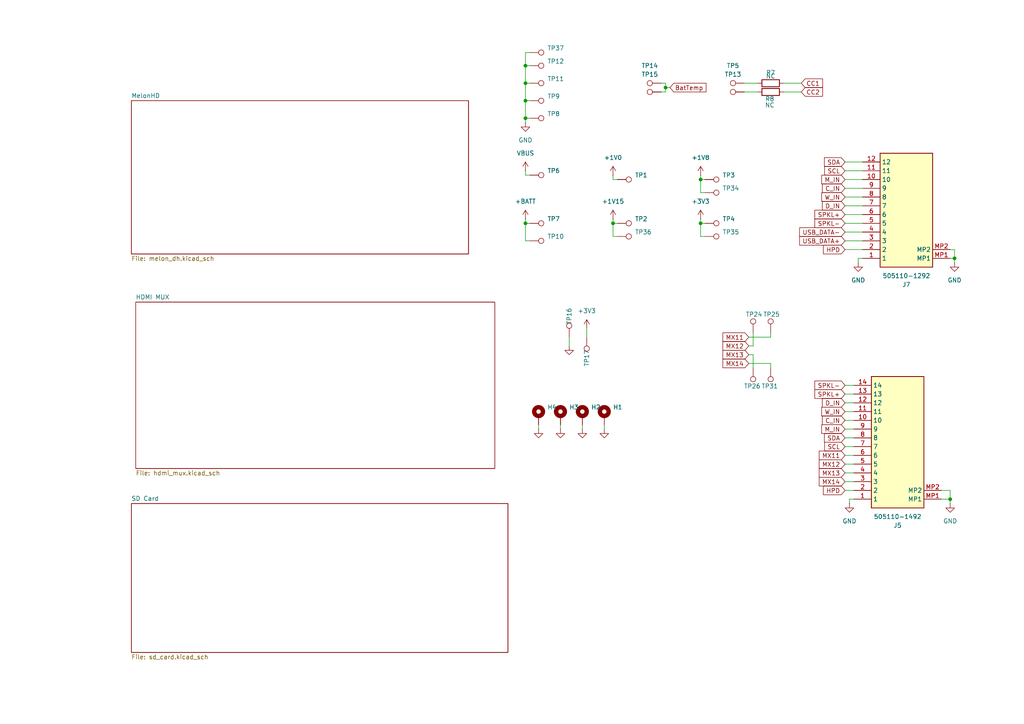
<source format=kicad_sch>
(kicad_sch (version 20250114) (generator "eeschema") (generator_version "9.0")
  (paper "A4")
  (lib_symbols
    (symbol "Connector:TestPoint" (pin_numbers (hide yes)) (pin_names (offset 0.762) (hide yes))
      (property "Reference" "TP" (at 0 6.858 0))
      (property "Value" "TestPoint" (at 0 5.08 0))
      (symbol "TestPoint_0_1"
        (circle (center 0 3.302) (radius 0.762))
      )
      (symbol "TestPoint_1_1"
        (pin passive line (at 0 0 90) (length 2.54) (name "1") (number "1"))
      )
    )
    (symbol "Device:R" (pin_numbers (hide yes)) (pin_names (offset 0))
      (property "Reference" "R" (at 2.032 0 90))
      (property "Value" "R" (at 0 0 90))
      (symbol "R_0_1"
        (rectangle (start -1.016 -2.54) (end 1.016 2.54) (stroke (width 0.254)))
      )
      (symbol "R_1_1"
        (pin passive line (at 0 3.81 270) (length 1.27) (name "~") (number "1"))
        (pin passive line (at 0 -3.81 90) (length 1.27) (name "~") (number "2"))
      )
    )
    (symbol "Mechanical:MountingHole_Pad" (pin_numbers (hide yes)) (pin_names (offset 1.016) (hide yes)) (in_bom no)
      (property "Reference" "H" (at 0 6.35 0))
      (property "Value" "MountingHole_Pad" (at 0 4.445 0))
      (symbol "MountingHole_Pad_0_1"
        (circle (center 0 1.27) (radius 1.27) (stroke (width 1.27)))
      )
      (symbol "MountingHole_Pad_1_1"
        (pin input line (at 0 -2.54 90) (length 2.54) (name "1") (number "1"))
      )
    )
    (symbol "SamacSys_Parts:505110-1292"
      (property "Reference" "J" (at 21.59 7.62 0))
      (property "Value" "505110-1292" (at 21.59 5.08 0))
      (symbol "505110-1292_1_1"
        (rectangle (start 5.08 2.54) (end 20.32 -30.48) (stroke (width 0.254)) (fill (type background)))
        (pin passive line (at 0 0 0) (length 5.08) (name "MP1") (number "MP1"))
        (pin passive line (at 0 -2.54 0) (length 5.08) (name "MP2") (number "MP2"))
        (pin passive line (at 25.4 0 180) (length 5.08) (name "1") (number "1"))
        (pin passive line (at 25.4 -2.54 180) (length 5.08) (name "2") (number "2"))
        (pin passive line (at 25.4 -5.08 180) (length 5.08) (name "3") (number "3"))
        (pin passive line (at 25.4 -7.62 180) (length 5.08) (name "4") (number "4"))
        (pin passive line (at 25.4 -10.16 180) (length 5.08) (name "5") (number "5"))
        (pin passive line (at 25.4 -12.7 180) (length 5.08) (name "6") (number "6"))
        (pin passive line (at 25.4 -15.24 180) (length 5.08) (name "7") (number "7"))
        (pin passive line (at 25.4 -17.78 180) (length 5.08) (name "8") (number "8"))
        (pin passive line (at 25.4 -20.32 180) (length 5.08) (name "9") (number "9"))
        (pin passive line (at 25.4 -22.86 180) (length 5.08) (name "10") (number "10"))
        (pin passive line (at 25.4 -25.4 180) (length 5.08) (name "11") (number "11"))
        (pin passive line (at 25.4 -27.94 180) (length 5.08) (name "12") (number "12"))
      )
    )
    (symbol "SamacSys_Parts:505110-1492"
      (property "Reference" "J" (at 21.59 7.62 0))
      (property "Value" "505110-1492" (at 21.59 5.08 0))
      (symbol "505110-1492_1_1"
        (rectangle (start 5.08 2.54) (end 20.32 -35.56) (stroke (width 0.254)) (fill (type background)))
        (pin passive line (at 0 0 0) (length 5.08) (name "MP1") (number "MP1"))
        (pin passive line (at 0 -2.54 0) (length 5.08) (name "MP2") (number "MP2"))
        (pin passive line (at 25.4 0 180) (length 5.08) (name "1") (number "1"))
        (pin passive line (at 25.4 -2.54 180) (length 5.08) (name "2") (number "2"))
        (pin passive line (at 25.4 -5.08 180) (length 5.08) (name "3") (number "3"))
        (pin passive line (at 25.4 -7.62 180) (length 5.08) (name "4") (number "4"))
        (pin passive line (at 25.4 -10.16 180) (length 5.08) (name "5") (number "5"))
        (pin passive line (at 25.4 -12.7 180) (length 5.08) (name "6") (number "6"))
        (pin passive line (at 25.4 -15.24 180) (length 5.08) (name "7") (number "7"))
        (pin passive line (at 25.4 -17.78 180) (length 5.08) (name "8") (number "8"))
        (pin passive line (at 25.4 -20.32 180) (length 5.08) (name "9") (number "9"))
        (pin passive line (at 25.4 -22.86 180) (length 5.08) (name "10") (number "10"))
        (pin passive line (at 25.4 -25.4 180) (length 5.08) (name "11") (number "11"))
        (pin passive line (at 25.4 -27.94 180) (length 5.08) (name "12") (number "12"))
        (pin passive line (at 25.4 -30.48 180) (length 5.08) (name "13") (number "13"))
        (pin passive line (at 25.4 -33.02 180) (length 5.08) (name "14") (number "14"))
      )
    )
    (symbol "power:+1V0" (power) (pin_numbers (hide yes)) (pin_names (offset 0) (hide yes))
      (property "Value" "+1V0" (at 0 3.556 0))
      (symbol "+1V0_0_1"
        (polyline (pts (xy -0.762 1.27) (xy 0 2.54)))
        (polyline (pts (xy 0 2.54) (xy 0.762 1.27)))
        (polyline (pts (xy 0 0) (xy 0 2.54)))
      )
      (symbol "+1V0_1_1"
        (pin power_in line (at 0 0 90) (length 0) (name "~") (number "1"))
      )
    )
    (symbol "power:+1V8" (power) (pin_numbers (hide yes)) (pin_names (offset 0) (hide yes))
      (property "Value" "+1V8" (at 0 3.556 0))
      (symbol "+1V8_0_1"
        (polyline (pts (xy -0.762 1.27) (xy 0 2.54)))
        (polyline (pts (xy 0 2.54) (xy 0.762 1.27)))
        (polyline (pts (xy 0 0) (xy 0 2.54)))
      )
      (symbol "+1V8_1_1"
        (pin power_in line (at 0 0 90) (length 0) (name "~") (number "1"))
      )
    )
    (symbol "power:+3V3" (power) (pin_numbers (hide yes)) (pin_names (offset 0) (hide yes))
      (property "Value" "+3V3" (at 0 3.556 0))
      (symbol "+3V3_0_1"
        (polyline (pts (xy -0.762 1.27) (xy 0 2.54)))
        (polyline (pts (xy 0 2.54) (xy 0.762 1.27)))
        (polyline (pts (xy 0 0) (xy 0 2.54)))
      )
      (symbol "+3V3_1_1"
        (pin power_in line (at 0 0 90) (length 0) (name "~") (number "1"))
      )
    )
    (symbol "power:+BATT" (power) (pin_numbers (hide yes)) (pin_names (offset 0) (hide yes))
      (property "Value" "+BATT" (at 0 3.556 0))
      (symbol "+BATT_0_1"
        (polyline (pts (xy -0.762 1.27) (xy 0 2.54)))
        (polyline (pts (xy 0 2.54) (xy 0.762 1.27)))
        (polyline (pts (xy 0 0) (xy 0 2.54)))
      )
      (symbol "+BATT_1_1"
        (pin power_in line (at 0 0 90) (length 0) (name "~") (number "1"))
      )
    )
    (symbol "power:GND" (power) (pin_numbers (hide yes)) (pin_names (offset 0) (hide yes))
      (property "Value" "GND" (at 0 -3.81 0))
      (symbol "GND_0_1"
        (polyline (pts (xy 0 0) (xy 0 -1.27) (xy 1.27 -1.27) (xy 0 -2.54) (xy -1.27 -1.27) (xy 0 -1.27)))
      )
      (symbol "GND_1_1"
        (pin power_in line (at 0 0 270) (length 0) (name "~") (number "1"))
      )
    )
    (symbol "power:VBUS" (power) (pin_numbers (hide yes)) (pin_names (offset 0) (hide yes))
      (property "Value" "VBUS" (at 0 3.556 0))
      (symbol "VBUS_0_1"
        (polyline (pts (xy -0.762 1.27) (xy 0 2.54)))
        (polyline (pts (xy 0 2.54) (xy 0.762 1.27)))
        (polyline (pts (xy 0 0) (xy 0 2.54)))
      )
      (symbol "VBUS_1_1"
        (pin power_in line (at 0 0 90) (length 0) (name "~") (number "1"))
      )
    )
  )
  (junction (at 203.2 52.07))
  (junction (at 275.59 144.78))
  (junction (at 203.2 64.77))
  (junction (at 152.4 34.29))
  (junction (at 152.4 24.13))
  (junction (at 152.4 19.05))
  (junction (at 152.4 29.21))
  (junction (at 177.8 64.77))
  (junction (at 193.04 25.4))
  (junction (at 152.4 64.77))
  (junction (at 276.86 74.93))
  (wire (pts (xy 245.11 114.3) (xy 247.65 114.3)))
  (wire (pts (xy 152.4 24.13) (xy 152.4 29.21)))
  (wire (pts (xy 223.52 105.41) (xy 223.52 106.68)))
  (wire (pts (xy 275.59 146.05) (xy 275.59 144.78)))
  (wire (pts (xy 245.11 139.7) (xy 247.65 139.7)))
  (wire (pts (xy 165.1 97.79) (xy 165.1 100.33)))
  (wire (pts (xy 168.91 123.19) (xy 168.91 124.46)))
  (wire (pts (xy 215.9 24.13) (xy 219.71 24.13)))
  (wire (pts (xy 204.47 55.88) (xy 203.2 55.88)))
  (wire (pts (xy 276.86 72.39) (xy 275.59 72.39)))
  (wire (pts (xy 245.11 121.92) (xy 247.65 121.92)))
  (wire (pts (xy 204.47 68.58) (xy 203.2 68.58)))
  (wire (pts (xy 203.2 64.77) (xy 204.47 64.77)))
  (wire (pts (xy 153.67 19.05) (xy 152.4 19.05)))
  (wire (pts (xy 245.11 116.84) (xy 247.65 116.84)))
  (wire (pts (xy 194.31 25.4) (xy 193.04 25.4)))
  (wire (pts (xy 275.59 142.24) (xy 273.05 142.24)))
  (wire (pts (xy 153.67 24.13) (xy 152.4 24.13)))
  (wire (pts (xy 217.17 102.87) (xy 218.44 102.87)))
  (wire (pts (xy 245.11 127) (xy 247.65 127)))
  (wire (pts (xy 273.05 144.78) (xy 275.59 144.78)))
  (wire (pts (xy 170.18 95.25) (xy 170.18 97.79)))
  (wire (pts (xy 152.4 15.24) (xy 152.4 19.05)))
  (wire (pts (xy 153.67 15.24) (xy 152.4 15.24)))
  (wire (pts (xy 275.59 144.78) (xy 275.59 142.24)))
  (wire (pts (xy 245.11 111.76) (xy 247.65 111.76)))
  (wire (pts (xy 152.4 50.8) (xy 153.67 50.8)))
  (wire (pts (xy 245.11 69.85) (xy 250.19 69.85)))
  (wire (pts (xy 245.11 67.31) (xy 250.19 67.31)))
  (wire (pts (xy 217.17 105.41) (xy 223.52 105.41)))
  (wire (pts (xy 177.8 52.07) (xy 179.07 52.07)))
  (wire (pts (xy 156.21 123.19) (xy 156.21 124.46)))
  (wire (pts (xy 245.11 124.46) (xy 247.65 124.46)))
  (wire (pts (xy 203.2 63.5) (xy 203.2 64.77)))
  (wire (pts (xy 245.11 64.77) (xy 250.19 64.77)))
  (wire (pts (xy 245.11 72.39) (xy 250.19 72.39)))
  (wire (pts (xy 218.44 96.52) (xy 218.44 100.33)))
  (wire (pts (xy 276.86 76.2) (xy 276.86 74.93)))
  (wire (pts (xy 245.11 54.61) (xy 250.19 54.61)))
  (wire (pts (xy 245.11 119.38) (xy 247.65 119.38)))
  (wire (pts (xy 246.38 144.78) (xy 246.38 146.05)))
  (wire (pts (xy 245.11 137.16) (xy 247.65 137.16)))
  (wire (pts (xy 179.07 68.58) (xy 177.8 68.58)))
  (wire (pts (xy 153.67 29.21) (xy 152.4 29.21)))
  (wire (pts (xy 177.8 68.58) (xy 177.8 64.77)))
  (wire (pts (xy 215.9 26.67) (xy 219.71 26.67)))
  (wire (pts (xy 152.4 34.29) (xy 153.67 34.29)))
  (wire (pts (xy 245.11 59.69) (xy 250.19 59.69)))
  (wire (pts (xy 177.8 64.77) (xy 179.07 64.77)))
  (wire (pts (xy 245.11 129.54) (xy 247.65 129.54)))
  (wire (pts (xy 276.86 74.93) (xy 276.86 72.39)))
  (wire (pts (xy 177.8 63.5) (xy 177.8 64.77)))
  (wire (pts (xy 193.04 26.67) (xy 191.77 26.67)))
  (wire (pts (xy 248.92 74.93) (xy 248.92 76.2)))
  (wire (pts (xy 223.52 96.52) (xy 223.52 97.79)))
  (wire (pts (xy 250.19 74.93) (xy 248.92 74.93)))
  (wire (pts (xy 152.4 49.53) (xy 152.4 50.8)))
  (wire (pts (xy 153.67 69.85) (xy 152.4 69.85)))
  (wire (pts (xy 152.4 63.5) (xy 152.4 64.77)))
  (wire (pts (xy 203.2 68.58) (xy 203.2 64.77)))
  (wire (pts (xy 227.33 26.67) (xy 232.41 26.67)))
  (wire (pts (xy 203.2 55.88) (xy 203.2 52.07)))
  (wire (pts (xy 245.11 49.53) (xy 250.19 49.53)))
  (wire (pts (xy 217.17 100.33) (xy 218.44 100.33)))
  (wire (pts (xy 152.4 19.05) (xy 152.4 24.13)))
  (wire (pts (xy 152.4 64.77) (xy 153.67 64.77)))
  (wire (pts (xy 152.4 69.85) (xy 152.4 64.77)))
  (wire (pts (xy 193.04 24.13) (xy 193.04 25.4)))
  (wire (pts (xy 245.11 57.15) (xy 250.19 57.15)))
  (wire (pts (xy 203.2 52.07) (xy 204.47 52.07)))
  (wire (pts (xy 245.11 134.62) (xy 247.65 134.62)))
  (wire (pts (xy 191.77 24.13) (xy 193.04 24.13)))
  (wire (pts (xy 227.33 24.13) (xy 232.41 24.13)))
  (wire (pts (xy 175.26 123.19) (xy 175.26 124.46)))
  (wire (pts (xy 245.11 142.24) (xy 247.65 142.24)))
  (wire (pts (xy 218.44 102.87) (xy 218.44 106.68)))
  (wire (pts (xy 245.11 52.07) (xy 250.19 52.07)))
  (wire (pts (xy 245.11 62.23) (xy 250.19 62.23)))
  (wire (pts (xy 245.11 132.08) (xy 247.65 132.08)))
  (wire (pts (xy 203.2 50.8) (xy 203.2 52.07)))
  (wire (pts (xy 177.8 50.8) (xy 177.8 52.07)))
  (wire (pts (xy 217.17 97.79) (xy 223.52 97.79)))
  (wire (pts (xy 275.59 74.93) (xy 276.86 74.93)))
  (wire (pts (xy 245.11 46.99) (xy 250.19 46.99)))
  (wire (pts (xy 247.65 144.78) (xy 246.38 144.78)))
  (wire (pts (xy 152.4 35.56) (xy 152.4 34.29)))
  (wire (pts (xy 152.4 29.21) (xy 152.4 34.29)))
  (wire (pts (xy 162.56 123.19) (xy 162.56 124.46)))
  (wire (pts (xy 193.04 25.4) (xy 193.04 26.67)))
  (global_label "MX13" (shape input) (at 245.11 137.16 180) (property "Intersheetrefs" "${INTERSHEET_REFS}" (effects (hide yes))))
  (global_label "SDA" (shape input) (at 245.11 127 180) (property "Intersheetrefs" "${INTERSHEET_REFS}" (effects (hide yes))))
  (global_label "W_IN" (shape input) (at 245.11 57.15 180) (property "Intersheetrefs" "${INTERSHEET_REFS}" (effects (hide yes))))
  (global_label "C_IN" (shape input) (at 245.11 121.92 180) (property "Intersheetrefs" "${INTERSHEET_REFS}" (effects (hide yes))))
  (global_label "MX12" (shape input) (at 217.17 100.33 180) (property "Intersheetrefs" "${INTERSHEET_REFS}" (effects (hide yes))))
  (global_label "MX14" (shape input) (at 217.17 105.41 180) (property "Intersheetrefs" "${INTERSHEET_REFS}" (effects (hide yes))))
  (global_label "SCL" (shape input) (at 245.11 49.53 180) (property "Intersheetrefs" "${INTERSHEET_REFS}" (effects (hide yes))))
  (global_label "MX11" (shape input) (at 245.11 132.08 180) (property "Intersheetrefs" "${INTERSHEET_REFS}" (effects (hide yes))))
  (global_label "SPKL+" (shape input) (at 245.11 62.23 180) (property "Intersheetrefs" "${INTERSHEET_REFS}" (effects (hide yes))))
  (global_label "USB_DATA-" (shape input) (at 245.11 67.31 180) (property "Intersheetrefs" "${INTERSHEET_REFS}" (effects (hide yes))))
  (global_label "MX14" (shape input) (at 245.11 139.7 180) (property "Intersheetrefs" "${INTERSHEET_REFS}" (effects (hide yes))))
  (global_label "HPD" (shape input) (at 245.11 72.39 180) (property "Intersheetrefs" "${INTERSHEET_REFS}" (effects (hide yes))))
  (global_label "D_IN" (shape input) (at 245.11 59.69 180) (property "Intersheetrefs" "${INTERSHEET_REFS}" (effects (hide yes))))
  (global_label "SPKL+" (shape input) (at 245.11 114.3 180) (property "Intersheetrefs" "${INTERSHEET_REFS}" (effects (hide yes))))
  (global_label "W_IN" (shape input) (at 245.11 119.38 180) (property "Intersheetrefs" "${INTERSHEET_REFS}" (effects (hide yes))))
  (global_label "SCL" (shape input) (at 245.11 129.54 180) (property "Intersheetrefs" "${INTERSHEET_REFS}" (effects (hide yes))))
  (global_label "BatTemp" (shape input) (at 194.31 25.4 0) (property "Intersheetrefs" "${INTERSHEET_REFS}" (effects (hide yes))))
  (global_label "M_IN" (shape input) (at 245.11 52.07 180) (property "Intersheetrefs" "${INTERSHEET_REFS}" (effects (hide yes))))
  (global_label "M_IN" (shape input) (at 245.11 124.46 180) (property "Intersheetrefs" "${INTERSHEET_REFS}" (effects (hide yes))))
  (global_label "C_IN" (shape input) (at 245.11 54.61 180) (property "Intersheetrefs" "${INTERSHEET_REFS}" (effects (hide yes))))
  (global_label "D_IN" (shape input) (at 245.11 116.84 180) (property "Intersheetrefs" "${INTERSHEET_REFS}" (effects (hide yes))))
  (global_label "HPD" (shape input) (at 245.11 142.24 180) (property "Intersheetrefs" "${INTERSHEET_REFS}" (effects (hide yes))))
  (global_label "USB_DATA+" (shape input) (at 245.11 69.85 180) (property "Intersheetrefs" "${INTERSHEET_REFS}" (effects (hide yes))))
  (global_label "MX13" (shape input) (at 217.17 102.87 180) (property "Intersheetrefs" "${INTERSHEET_REFS}" (effects (hide yes))))
  (global_label "SPKL-" (shape input) (at 245.11 64.77 180) (property "Intersheetrefs" "${INTERSHEET_REFS}" (effects (hide yes))))
  (global_label "MX12" (shape input) (at 245.11 134.62 180) (property "Intersheetrefs" "${INTERSHEET_REFS}" (effects (hide yes))))
  (global_label "MX11" (shape input) (at 217.17 97.79 180) (property "Intersheetrefs" "${INTERSHEET_REFS}" (effects (hide yes))))
  (global_label "CC2" (shape input) (at 232.41 26.67 0) (property "Intersheetrefs" "${INTERSHEET_REFS}" (effects (hide yes))))
  (global_label "SPKL-" (shape input) (at 245.11 111.76 180) (property "Intersheetrefs" "${INTERSHEET_REFS}" (effects (hide yes))))
  (global_label "CC1" (shape input) (at 232.41 24.13 0) (property "Intersheetrefs" "${INTERSHEET_REFS}" (effects (hide yes))))
  (global_label "SDA" (shape input) (at 245.11 46.99 180) (property "Intersheetrefs" "${INTERSHEET_REFS}" (effects (hide yes))))
  (symbol (lib_id "power:+1V8") (at 203.2 50.8 0) (unit 1)
    (property "Reference" "#PWR030" (effects (hide yes)))
    (property "Value" "+1V8" (at 203.2 45.72 0))
    (property "Description" "Power symbol creates a global label with name \"+1V8\"" (effects (hide yes)))
  )
  (symbol (lib_id "Connector:TestPoint") (at 204.47 52.07 270) (unit 1)
    (property "Reference" "TP3" (at 209.55 50.7999 90) (effects (justify left)))
    (property "Value" "TestPoint" (effects (hide yes)))
    (property "Footprint" "RoseDaggerDev:TestPoint_Pad_3x1.0mm" (effects (hide yes)))
    (property "Description" "test point" (effects (hide yes)))
  )
  (symbol (lib_id "Device:R") (at 223.52 26.67 90) (unit 1)
    (property "Reference" "R8" (at 223.266 28.702 90))
    (property "Value" "NC" (at 223.266 30.48 90))
    (property "Footprint" "Resistor_SMD:R_0201_0603Metric" (effects (hide yes)))
    (property "Description" "Resistor" (effects (hide yes)))
  )
  (symbol (lib_id "Connector:TestPoint") (at 218.44 96.52 0) (unit 1)
    (property "Reference" "TP24" (at 218.694 91.186 0))
    (property "Value" "SPVDD" (effects (hide yes)))
    (property "Footprint" "TestPoint:TestPoint_Pad_D1.0mm" (effects (hide yes)))
  )
  (symbol (lib_id "Mechanical:MountingHole_Pad") (at 175.26 120.65 0) (unit 1) (in_bom no)
    (property "Reference" "H1" (at 177.8 118.1099 0) (effects (justify left)))
    (property "Value" "MountingHole_Pad" (effects (hide yes)))
    (property "Footprint" "MountingHole:MountingHole_2.2mm_M2_DIN965_Pad" (effects (hide yes)))
    (property "Description" "Mounting Hole with connection" (effects (hide yes)))
  )
  (symbol (lib_id "Connector:TestPoint") (at 204.47 55.88 270) (unit 1)
    (property "Reference" "TP34" (at 209.55 54.6099 90) (effects (justify left)))
    (property "Value" "TestPoint" (effects (hide yes)))
    (property "Footprint" "RoseDaggerDev:TestPoint_Pad_3x1.0mm" (effects (hide yes)))
    (property "Description" "test point" (effects (hide yes)))
  )
  (symbol (lib_id "power:GND") (at 156.21 124.46 0) (unit 1)
    (property "Reference" "#PWR045" (effects (hide yes)))
    (property "Value" "GND" (effects (hide yes)))
  )
  (symbol (lib_id "Connector:TestPoint") (at 153.67 24.13 270) (unit 1)
    (property "Reference" "TP11" (at 158.75 22.8599 90) (effects (justify left)))
    (property "Value" "TestPoint" (effects (hide yes)))
    (property "Footprint" "RoseDaggerDev:TestPoint_Pad_3x1.0mm" (effects (hide yes)))
    (property "Description" "test point" (effects (hide yes)))
  )
  (symbol (lib_id "Connector:TestPoint") (at 215.9 24.13 90) (unit 1)
    (property "Reference" "TP5" (at 212.598 19.05 90))
    (property "Value" "TestPoint" (effects (hide yes)))
    (property "Footprint" "TestPoint:TestPoint_Pad_D1.0mm" (effects (hide yes)))
    (property "Description" "test point" (effects (hide yes)))
  )
  (symbol (lib_id "Connector:TestPoint") (at 223.52 96.52 0) (unit 1)
    (property "Reference" "TP25" (at 223.774 91.186 0))
    (property "Value" "SPVDD" (effects (hide yes)))
    (property "Footprint" "TestPoint:TestPoint_Pad_D1.0mm" (effects (hide yes)))
  )
  (symbol (lib_id "power:VBUS") (at 152.4 49.53 0) (unit 1)
    (property "Reference" "#PWR034" (effects (hide yes)))
    (property "Value" "VBUS" (at 152.4 44.45 0))
    (property "Description" "Power symbol creates a global label with name \"VBUS\"" (effects (hide yes)))
  )
  (symbol (lib_id "power:GND") (at 168.91 124.46 0) (unit 1)
    (property "Reference" "#PWR043" (effects (hide yes)))
    (property "Value" "GND" (effects (hide yes)))
  )
  (symbol (lib_id "Mechanical:MountingHole_Pad") (at 156.21 120.65 0) (unit 1) (in_bom no)
    (property "Reference" "H4" (at 158.75 118.1099 0) (effects (justify left)))
    (property "Value" "MountingHole_Pad" (effects (hide yes)))
    (property "Footprint" "MountingHole:MountingHole_2.2mm_M2_DIN965_Pad" (effects (hide yes)))
    (property "Description" "Mounting Hole with connection" (effects (hide yes)))
  )
  (symbol (lib_id "SamacSys_Parts:505110-1292") (at 275.59 74.93 180) (unit 1)
    (property "Reference" "J7" (at 262.89 82.55 0))
    (property "Value" "505110-1292" (at 262.89 80.01 0))
    (property "Footprint" "5051101292" (effects (hide yes)))
    (property "Datasheet" "https://componentsearchengine.com/Datasheets/1/505110-1292.pdf" (effects (hide yes)))
    (property "Description" "Molex Easy-On Series 0.5mm Pitch 12 Way Right Angle SMT Male FPC Connector, ZIF Bottom Contact" (effects (hide yes)))
    (property "Height" "3.95" (effects (hide yes)))
    (property "Mouser Part Number" "538-505110-1292" (effects (hide yes)))
    (property "Mouser Price/Stock" "https://www.mouser.co.uk/ProductDetail/Molex/505110-1292?qs=BA62vJVifGptACMEATLLfQ%3D%3D" (effects (hide yes)))
    (property "Manufacturer_Name" "Molex" (effects (hide yes)))
    (property "Manufacturer_Part_Number" "505110-1292" (effects (hide yes)))
  )
  (symbol (lib_id "power:+1V0") (at 177.8 50.8 0) (unit 1)
    (property "Reference" "#PWR020" (effects (hide yes)))
    (property "Value" "+1V0" (at 177.8 45.72 0))
    (property "Description" "Power symbol creates a global label with name \"+1V0\"" (effects (hide yes)))
  )
  (symbol (lib_id "power:+3V3") (at 203.2 63.5 0) (unit 1)
    (property "Reference" "#PWR031" (effects (hide yes)))
    (property "Value" "+3V3" (at 203.2 58.42 0))
    (property "Description" "Power symbol creates a global label with name \"+3V3\"" (effects (hide yes)))
  )
  (symbol (lib_id "Connector:TestPoint") (at 153.67 29.21 270) (unit 1)
    (property "Reference" "TP9" (at 158.75 27.9399 90) (effects (justify left)))
    (property "Value" "TestPoint" (effects (hide yes)))
    (property "Footprint" "RoseDaggerDev:TestPoint_Pad_3x1.0mm" (effects (hide yes)))
    (property "Description" "test point" (effects (hide yes)))
  )
  (symbol (lib_id "Connector:TestPoint") (at 165.1 97.79 0) (unit 1)
    (property "Reference" "TP16" (at 165.1 91.694 90))
    (property "Value" "5V" (effects (hide yes)))
    (property "Footprint" "RoseDaggerDev:TestPoint_Pad_3x1.0mm" (effects (hide yes)))
  )
  (symbol (lib_id "SamacSys_Parts:505110-1492") (at 273.05 144.78 180) (unit 1)
    (property "Reference" "J5" (at 260.35 152.4 0))
    (property "Value" "505110-1492" (at 260.35 149.86 0))
    (property "Footprint" "SamacSys_Parts:5051101492" (effects (hide yes)))
    (property "Datasheet" "https://www.molex.com/pdm_docs/sd/5051101492_sd.pdf" (effects (hide yes)))
    (property "Description" "Molex Easy-On Series 0.5mm Pitch 14 Way Right Angle SMT Male FPC Connector, ZIF Bottom Contact" (effects (hide yes)))
    (property "Height" "3.95" (effects (hide yes)))
    (property "Mouser Part Number" "538-505110-1492" (effects (hide yes)))
    (property "Mouser Price/Stock" "https://www.mouser.co.uk/ProductDetail/Molex/505110-1492?qs=RawsiUxJOFRayVL4TsmiFw%3D%3D" (effects (hide yes)))
    (property "Manufacturer_Name" "Molex" (effects (hide yes)))
    (property "Manufacturer_Part_Number" "505110-1492" (effects (hide yes)))
  )
  (symbol (lib_id "Connector:TestPoint") (at 218.44 106.68 180) (unit 1)
    (property "Reference" "TP26" (at 218.186 112.014 0))
    (property "Value" "SPVDD" (effects (hide yes)))
    (property "Footprint" "TestPoint:TestPoint_Pad_D1.0mm" (effects (hide yes)))
  )
  (symbol (lib_id "Device:R") (at 223.52 24.13 90) (unit 1)
    (property "Reference" "R7" (at 223.52 21.082 90))
    (property "Value" "NC" (at 223.52 22.098 90))
    (property "Footprint" "Resistor_SMD:R_0201_0603Metric" (effects (hide yes)))
    (property "Description" "Resistor" (effects (hide yes)))
  )
  (symbol (lib_id "power:GND") (at 165.1 100.33 0) (unit 1)
    (property "Reference" "#PWR037" (effects (hide yes)))
    (property "Value" "GND" (effects (hide yes)))
  )
  (symbol (lib_id "power:GND") (at 246.38 146.05 0) (unit 1)
    (property "Reference" "#PWR038" (effects (hide yes)))
    (property "Value" "GND" (at 246.38 151.13 0))
    (property "Description" "Power symbol creates a global label with name \"GND\" , ground" (effects (hide yes)))
  )
  (symbol (lib_id "power:GND") (at 175.26 124.46 0) (unit 1)
    (property "Reference" "#PWR042" (effects (hide yes)))
    (property "Value" "GND" (effects (hide yes)))
  )
  (symbol (lib_id "Mechanical:MountingHole_Pad") (at 168.91 120.65 0) (unit 1) (in_bom no)
    (property "Reference" "H2" (at 171.45 118.1099 0) (effects (justify left)))
    (property "Value" "MountingHole_Pad" (effects (hide yes)))
    (property "Footprint" "MountingHole:MountingHole_2.2mm_M2_DIN965_Pad" (effects (hide yes)))
    (property "Description" "Mounting Hole with connection" (effects (hide yes)))
  )
  (symbol (lib_id "Connector:TestPoint") (at 179.07 64.77 270) (unit 1)
    (property "Reference" "TP2" (at 184.15 63.4999 90) (effects (justify left)))
    (property "Value" "TestPoint" (effects (hide yes)))
    (property "Footprint" "RoseDaggerDev:TestPoint_Pad_3x1.0mm" (effects (hide yes)))
    (property "Description" "test point" (effects (hide yes)))
  )
  (symbol (lib_id "Connector:TestPoint") (at 191.77 26.67 90) (unit 1)
    (property "Reference" "TP15" (at 188.468 21.59 90))
    (property "Value" "TestPoint" (effects (hide yes)))
    (property "Footprint" "TestPoint:TestPoint_Pad_D1.0mm" (effects (hide yes)))
    (property "Description" "test point" (effects (hide yes)))
  )
  (symbol (lib_id "Connector:TestPoint") (at 223.52 106.68 180) (unit 1)
    (property "Reference" "TP31" (at 223.266 112.014 0))
    (property "Value" "SPVDD" (effects (hide yes)))
    (property "Footprint" "TestPoint:TestPoint_Pad_D1.0mm" (effects (hide yes)))
  )
  (symbol (lib_id "Connector:TestPoint") (at 204.47 64.77 270) (unit 1)
    (property "Reference" "TP4" (at 209.55 63.4999 90) (effects (justify left)))
    (property "Value" "TestPoint" (effects (hide yes)))
    (property "Footprint" "RoseDaggerDev:TestPoint_Pad_3x1.0mm" (effects (hide yes)))
    (property "Description" "test point" (effects (hide yes)))
  )
  (symbol (lib_id "Connector:TestPoint") (at 153.67 19.05 270) (unit 1)
    (property "Reference" "TP12" (at 158.75 17.7799 90) (effects (justify left)))
    (property "Value" "TestPoint" (effects (hide yes)))
    (property "Footprint" "RoseDaggerDev:TestPoint_Pad_3x1.0mm" (effects (hide yes)))
    (property "Description" "test point" (effects (hide yes)))
  )
  (symbol (lib_id "power:GND") (at 248.92 76.2 0) (unit 1)
    (property "Reference" "#PWR046" (effects (hide yes)))
    (property "Value" "GND" (at 248.92 81.28 0))
    (property "Description" "Power symbol creates a global label with name \"GND\" , ground" (effects (hide yes)))
  )
  (symbol (lib_id "power:GND") (at 152.4 35.56 0) (unit 1)
    (property "Reference" "#PWR033" (effects (hide yes)))
    (property "Value" "GND" (at 152.4 40.64 0))
    (property "Description" "Power symbol creates a global label with name \"GND\" , ground" (effects (hide yes)))
  )
  (symbol (lib_id "Connector:TestPoint") (at 153.67 64.77 270) (unit 1)
    (property "Reference" "TP7" (at 158.75 63.4999 90) (effects (justify left)))
    (property "Value" "TestPoint" (effects (hide yes)))
    (property "Footprint" "RoseDaggerDev:TestPoint_Pad_3x1.0mm" (effects (hide yes)))
    (property "Description" "test point" (effects (hide yes)))
  )
  (symbol (lib_id "Connector:TestPoint") (at 153.67 50.8 270) (unit 1)
    (property "Reference" "TP6" (at 158.75 49.5299 90) (effects (justify left)))
    (property "Value" "TestPoint" (effects (hide yes)))
    (property "Footprint" "RoseDaggerDev:TestPoint_Pad_3x1.0mm" (effects (hide yes)))
    (property "Description" "test point" (effects (hide yes)))
  )
  (symbol (lib_id "power:GND") (at 275.59 146.05 0) (unit 1)
    (property "Reference" "#PWR039" (effects (hide yes)))
    (property "Value" "GND" (at 275.59 151.13 0))
    (property "Description" "Power symbol creates a global label with name \"GND\" , ground" (effects (hide yes)))
  )
  (symbol (lib_id "power:+BATT") (at 152.4 63.5 0) (unit 1)
    (property "Reference" "#PWR035" (effects (hide yes)))
    (property "Value" "+BATT" (at 152.4 58.42 0))
    (property "Description" "Power symbol creates a global label with name \"+BATT\"" (effects (hide yes)))
  )
  (symbol (lib_id "Connector:TestPoint") (at 215.9 26.67 90) (unit 1)
    (property "Reference" "TP13" (at 212.598 21.59 90))
    (property "Value" "TestPoint" (effects (hide yes)))
    (property "Footprint" "TestPoint:TestPoint_Pad_D1.0mm" (effects (hide yes)))
    (property "Description" "test point" (effects (hide yes)))
  )
  (symbol (lib_id "Connector:TestPoint") (at 179.07 52.07 270) (unit 1)
    (property "Reference" "TP1" (at 184.15 50.7999 90) (effects (justify left)))
    (property "Value" "TestPoint" (effects (hide yes)))
    (property "Footprint" "RoseDaggerDev:TestPoint_Pad_3x1.0mm" (effects (hide yes)))
    (property "Description" "test point" (effects (hide yes)))
  )
  (symbol (lib_id "power:+1V8") (at 177.8 63.5 0) (unit 1)
    (property "Reference" "#PWR029" (effects (hide yes)))
    (property "Value" "+1V15" (at 177.8 58.42 0))
    (property "Description" "Power symbol creates a global label with name \"+1V8\"" (effects (hide yes)))
  )
  (symbol (lib_id "Connector:TestPoint") (at 153.67 34.29 270) (unit 1)
    (property "Reference" "TP8" (at 158.75 33.0199 90) (effects (justify left)))
    (property "Value" "TestPoint" (effects (hide yes)))
    (property "Footprint" "RoseDaggerDev:TestPoint_Pad_3x1.0mm" (effects (hide yes)))
    (property "Description" "test point" (effects (hide yes)))
  )
  (symbol (lib_id "Connector:TestPoint") (at 153.67 69.85 270) (unit 1)
    (property "Reference" "TP10" (at 158.75 68.5799 90) (effects (justify left)))
    (property "Value" "TestPoint" (effects (hide yes)))
    (property "Footprint" "RoseDaggerDev:TestPoint_Pad_3x1.0mm" (effects (hide yes)))
    (property "Description" "test point" (effects (hide yes)))
  )
  (symbol (lib_id "Connector:TestPoint") (at 191.77 24.13 90) (unit 1)
    (property "Reference" "TP14" (at 188.468 19.05 90))
    (property "Value" "TestPoint" (effects (hide yes)))
    (property "Footprint" "TestPoint:TestPoint_Pad_D1.0mm" (effects (hide yes)))
    (property "Description" "test point" (effects (hide yes)))
  )
  (symbol (lib_id "Connector:TestPoint") (at 153.67 15.24 270) (unit 1)
    (property "Reference" "TP37" (at 158.75 13.9699 90) (effects (justify left)))
    (property "Value" "TestPoint" (effects (hide yes)))
    (property "Footprint" "RoseDaggerDev:TestPoint_Pad_3x1.0mm" (effects (hide yes)))
    (property "Description" "test point" (effects (hide yes)))
  )
  (symbol (lib_id "Mechanical:MountingHole_Pad") (at 162.56 120.65 0) (unit 1) (in_bom no)
    (property "Reference" "H3" (at 165.1 118.1099 0) (effects (justify left)))
    (property "Value" "MountingHole_Pad" (effects (hide yes)))
    (property "Footprint" "MountingHole:MountingHole_2.2mm_M2_DIN965_Pad" (effects (hide yes)))
    (property "Description" "Mounting Hole with connection" (effects (hide yes)))
  )
  (symbol (lib_id "power:GND") (at 276.86 76.2 0) (unit 1)
    (property "Reference" "#PWR040" (effects (hide yes)))
    (property "Value" "GND" (at 276.86 81.28 0))
    (property "Description" "Power symbol creates a global label with name \"GND\" , ground" (effects (hide yes)))
  )
  (symbol (lib_id "Connector:TestPoint") (at 179.07 68.58 270) (unit 1)
    (property "Reference" "TP36" (at 184.15 67.3099 90) (effects (justify left)))
    (property "Value" "TestPoint" (effects (hide yes)))
    (property "Footprint" "RoseDaggerDev:TestPoint_Pad_3x1.0mm" (effects (hide yes)))
    (property "Description" "test point" (effects (hide yes)))
  )
  (symbol (lib_id "power:+3V3") (at 170.18 95.25 0) (unit 1)
    (property "Reference" "#PWR036" (effects (hide yes)))
    (property "Value" "+3V3" (at 170.18 90.17 0))
    (property "Description" "Power symbol creates a global label with name \"+3V3\"" (effects (hide yes)))
  )
  (symbol (lib_id "power:GND") (at 162.56 124.46 0) (unit 1)
    (property "Reference" "#PWR044" (effects (hide yes)))
    (property "Value" "GND" (effects (hide yes)))
  )
  (symbol (lib_id "Connector:TestPoint") (at 204.47 68.58 270) (unit 1)
    (property "Reference" "TP35" (at 209.55 67.3099 90) (effects (justify left)))
    (property "Value" "TestPoint" (effects (hide yes)))
    (property "Footprint" "RoseDaggerDev:TestPoint_Pad_3x1.0mm" (effects (hide yes)))
    (property "Description" "test point" (effects (hide yes)))
  )
  (symbol (lib_id "Connector:TestPoint") (at 170.18 97.79 180) (unit 1)
    (property "Reference" "TP17" (at 170.18 103.886 90))
    (property "Value" "5V" (effects (hide yes)))
    (property "Footprint" "RoseDaggerDev:TestPoint_Pad_3x1.0mm" (effects (hide yes)))
  )
  (sheet (at 38.1 146.05) (size 109.22 43.18) (stroke (width 0.1524))
    (property "Sheetname" "SD Card" (at 38.1 145.3384 0) (effects (justify left bottom)))
    (property "Sheetfile" "sd_card.kicad_sch" (at 38.1 189.8146 0) (effects (justify left top)))
  )
  (sheet (at 39.37 87.63) (size 104.14 48.26) (stroke (width 0.1524))
    (property "Sheetname" "HDMI MUX" (at 39.37 86.9184 0) (effects (justify left bottom)))
    (property "Sheetfile" "hdmi_mux.kicad_sch" (at 39.37 136.4746 0) (effects (justify left top)))
  )
  (sheet (at 38.1 29.21) (size 97.79 44.45) (stroke (width 0.1524))
    (property "Sheetname" "MelonHD" (at 38.1 28.4984 0) (effects (justify left bottom)))
    (property "Sheetfile" "melon_dh.kicad_sch" (at 38.1 74.2446 0) (effects (justify left top)))
  )
)
</source>
